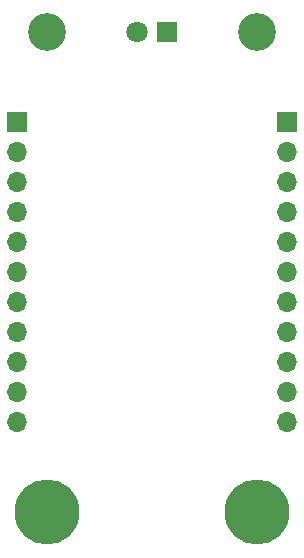
<source format=gbr>
%TF.GenerationSoftware,KiCad,Pcbnew,(6.0.9-0)*%
%TF.CreationDate,2024-06-20T10:44:06+02:00*%
%TF.ProjectId,follower-board,666f6c6c-6f77-4657-922d-626f6172642e,rev?*%
%TF.SameCoordinates,Original*%
%TF.FileFunction,Soldermask,Bot*%
%TF.FilePolarity,Negative*%
%FSLAX46Y46*%
G04 Gerber Fmt 4.6, Leading zero omitted, Abs format (unit mm)*
G04 Created by KiCad (PCBNEW (6.0.9-0)) date 2024-06-20 10:44:06*
%MOMM*%
%LPD*%
G01*
G04 APERTURE LIST*
%ADD10C,3.200000*%
%ADD11R,1.800000X1.800000*%
%ADD12C,1.800000*%
%ADD13C,5.500000*%
%ADD14R,1.700000X1.700000*%
%ADD15O,1.700000X1.700000*%
G04 APERTURE END LIST*
D10*
%TO.C,H2*%
X53340000Y-43180000D03*
%TD*%
D11*
%TO.C,D3*%
X63500000Y-43180000D03*
D12*
X60960000Y-43180000D03*
%TD*%
D13*
%TO.C,H3*%
X71120000Y-83820000D03*
%TD*%
%TO.C,H1*%
X53340000Y-83820000D03*
%TD*%
D10*
%TO.C,H4*%
X71120000Y-43180000D03*
%TD*%
D14*
%TO.C,J1*%
X50800000Y-50800000D03*
D15*
X50800000Y-53340000D03*
X50800000Y-55880000D03*
X50800000Y-58420000D03*
X50800000Y-60960000D03*
X50800000Y-63500000D03*
X50800000Y-66040000D03*
X50800000Y-68580000D03*
X50800000Y-71120000D03*
X50800000Y-73660000D03*
X50800000Y-76200000D03*
%TD*%
D14*
%TO.C,J2*%
X73660000Y-50800000D03*
D15*
X73660000Y-53340000D03*
X73660000Y-55880000D03*
X73660000Y-58420000D03*
X73660000Y-60960000D03*
X73660000Y-63500000D03*
X73660000Y-66040000D03*
X73660000Y-68580000D03*
X73660000Y-71120000D03*
X73660000Y-73660000D03*
X73660000Y-76200000D03*
%TD*%
M02*

</source>
